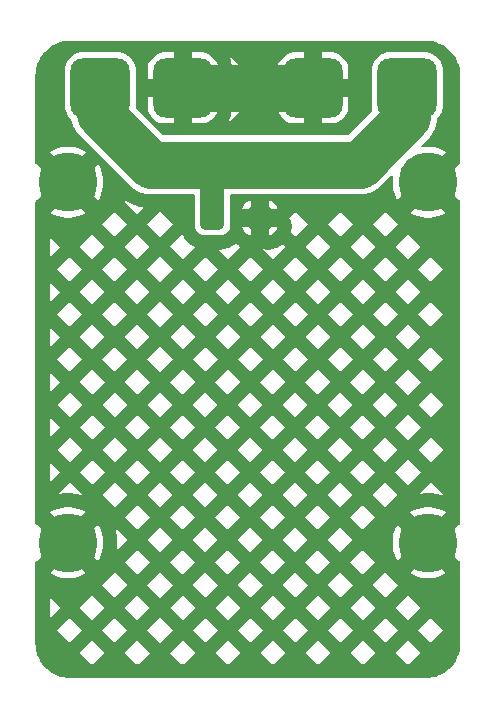
<source format=gbr>
%TF.GenerationSoftware,KiCad,Pcbnew,7.0.6*%
%TF.CreationDate,2023-08-26T05:38:59+03:00*%
%TF.ProjectId,Matek H743-WING PCB,4d617465-6b20-4483-9734-332d57494e47,rev?*%
%TF.SameCoordinates,Original*%
%TF.FileFunction,Copper,L1,Top*%
%TF.FilePolarity,Positive*%
%FSLAX46Y46*%
G04 Gerber Fmt 4.6, Leading zero omitted, Abs format (unit mm)*
G04 Created by KiCad (PCBNEW 7.0.6) date 2023-08-26 05:38:59*
%MOMM*%
%LPD*%
G01*
G04 APERTURE LIST*
G04 Aperture macros list*
%AMRoundRect*
0 Rectangle with rounded corners*
0 $1 Rounding radius*
0 $2 $3 $4 $5 $6 $7 $8 $9 X,Y pos of 4 corners*
0 Add a 4 corners polygon primitive as box body*
4,1,4,$2,$3,$4,$5,$6,$7,$8,$9,$2,$3,0*
0 Add four circle primitives for the rounded corners*
1,1,$1+$1,$2,$3*
1,1,$1+$1,$4,$5*
1,1,$1+$1,$6,$7*
1,1,$1+$1,$8,$9*
0 Add four rect primitives between the rounded corners*
20,1,$1+$1,$2,$3,$4,$5,0*
20,1,$1+$1,$4,$5,$6,$7,0*
20,1,$1+$1,$6,$7,$8,$9,0*
20,1,$1+$1,$8,$9,$2,$3,0*%
G04 Aperture macros list end*
%TA.AperFunction,ComponentPad*%
%ADD10C,0.500000*%
%TD*%
%TA.AperFunction,SMDPad,CuDef*%
%ADD11RoundRect,0.400000X-0.600000X-0.600000X0.600000X-0.600000X0.600000X0.600000X-0.600000X0.600000X0*%
%TD*%
%TA.AperFunction,ComponentPad*%
%ADD12C,0.800000*%
%TD*%
%TA.AperFunction,SMDPad,CuDef*%
%ADD13RoundRect,1.000000X-1.500000X-1.500000X1.500000X-1.500000X1.500000X1.500000X-1.500000X1.500000X0*%
%TD*%
%TA.AperFunction,ComponentPad*%
%ADD14C,5.000000*%
%TD*%
%TA.AperFunction,Conductor*%
%ADD15C,4.000000*%
%TD*%
%TA.AperFunction,Conductor*%
%ADD16C,2.000000*%
%TD*%
G04 APERTURE END LIST*
D10*
%TO.P,J6,1,Pin_1*%
%TO.N,GND*%
X100500000Y-114500000D03*
X100500000Y-115500000D03*
D11*
X101000000Y-115000000D03*
D10*
X101500000Y-114500000D03*
X101500000Y-115500000D03*
%TD*%
%TO.P,J5,1,Pin_1*%
%TO.N,+BATT*%
X96500000Y-114500000D03*
X96500000Y-115500000D03*
D11*
X97000000Y-115000000D03*
D10*
X97500000Y-114500000D03*
X97500000Y-115500000D03*
%TD*%
D12*
%TO.P,J1,1,Pin_1*%
%TO.N,+BATT*%
X112000000Y-102500000D03*
X112000000Y-104000000D03*
X112000000Y-105500000D03*
X113500000Y-102500000D03*
X113500000Y-104000000D03*
D13*
X113500000Y-104000000D03*
D12*
X113500000Y-105500000D03*
X115000000Y-102500000D03*
X115000000Y-104000000D03*
X115000000Y-105500000D03*
%TD*%
%TO.P,J2,1,Pin_1*%
%TO.N,GND*%
X104000000Y-102500000D03*
X104000000Y-104000000D03*
X104000000Y-105500000D03*
X105500000Y-102500000D03*
X105500000Y-104000000D03*
D13*
X105500000Y-104000000D03*
D12*
X105500000Y-105500000D03*
X107000000Y-102500000D03*
X107000000Y-104000000D03*
X107000000Y-105500000D03*
%TD*%
%TO.P,J4,1,Pin_1*%
%TO.N,GND*%
X93000000Y-102500000D03*
X93000000Y-104000000D03*
X93000000Y-105500000D03*
X94500000Y-102500000D03*
X94500000Y-104000000D03*
D13*
X94500000Y-104000000D03*
D12*
X94500000Y-105500000D03*
X96000000Y-102500000D03*
X96000000Y-104000000D03*
X96000000Y-105500000D03*
%TD*%
%TO.P,J3,1,Pin_1*%
%TO.N,+BATT*%
X86000000Y-102500000D03*
X86000000Y-104000000D03*
X86000000Y-105500000D03*
X87500000Y-102500000D03*
X87500000Y-104000000D03*
D13*
X87500000Y-104000000D03*
D12*
X87500000Y-105500000D03*
X89000000Y-102500000D03*
X89000000Y-104000000D03*
X89000000Y-105500000D03*
%TD*%
D14*
%TO.P,H3,1,1*%
%TO.N,GND*%
X84750000Y-142500000D03*
%TD*%
%TO.P,H2,1,1*%
%TO.N,GND*%
X115250000Y-112000000D03*
%TD*%
%TO.P,H4,1,1*%
%TO.N,GND*%
X115250000Y-142500000D03*
%TD*%
%TO.P,H1,1,1*%
%TO.N,GND*%
X84750000Y-112000000D03*
%TD*%
D15*
%TO.N,+BATT*%
X97000000Y-110500000D02*
X109500000Y-110500000D01*
X113500000Y-106500000D02*
X113500000Y-104000000D01*
X109500000Y-110500000D02*
X113500000Y-106500000D01*
X91800000Y-110500000D02*
X97000000Y-110500000D01*
X87500000Y-106200000D02*
X91800000Y-110500000D01*
D16*
X97000000Y-115000000D02*
X97000000Y-110500000D01*
D15*
X87500000Y-104000000D02*
X87500000Y-106200000D01*
%TO.N,GND*%
X94500000Y-104000000D02*
X105500000Y-104000000D01*
%TD*%
%TA.AperFunction,Conductor*%
%TO.N,GND*%
G36*
X115001620Y-100010584D02*
G01*
X115147448Y-100018227D01*
X115309243Y-100026707D01*
X115315701Y-100027385D01*
X115618339Y-100075319D01*
X115624686Y-100076668D01*
X115920666Y-100155976D01*
X115926835Y-100157979D01*
X116212905Y-100267791D01*
X116218832Y-100270430D01*
X116491870Y-100409550D01*
X116497459Y-100412776D01*
X116754468Y-100579680D01*
X116759707Y-100583488D01*
X116997842Y-100776325D01*
X117002668Y-100780671D01*
X117219328Y-100997331D01*
X117223674Y-101002157D01*
X117416511Y-101240292D01*
X117420321Y-101245535D01*
X117587219Y-101502534D01*
X117590457Y-101508142D01*
X117729568Y-101781165D01*
X117732209Y-101787097D01*
X117842017Y-102073157D01*
X117844023Y-102079333D01*
X117923331Y-102375313D01*
X117924681Y-102381665D01*
X117972613Y-102684297D01*
X117973292Y-102690755D01*
X117989415Y-102998377D01*
X117989500Y-103001623D01*
X117989499Y-110355305D01*
X117969814Y-110422344D01*
X117917010Y-110468099D01*
X117849315Y-110478244D01*
X117834380Y-110476277D01*
X116661503Y-111649155D01*
X116660447Y-111642826D01*
X116582422Y-111415546D01*
X116468051Y-111204207D01*
X116320455Y-111014576D01*
X116143660Y-110851825D01*
X115942489Y-110720393D01*
X115722428Y-110623865D01*
X115597188Y-110592150D01*
X116776235Y-109413104D01*
X116752543Y-109397522D01*
X116752533Y-109397516D01*
X116440260Y-109240685D01*
X116440254Y-109240683D01*
X116111869Y-109121161D01*
X116111866Y-109121160D01*
X115771828Y-109040570D01*
X115424723Y-109000000D01*
X115075277Y-109000000D01*
X114819231Y-109029926D01*
X114750360Y-109018157D01*
X114698784Y-108971021D01*
X114680879Y-108903485D01*
X114702330Y-108836989D01*
X114717145Y-108819094D01*
X115240347Y-108295893D01*
X115326390Y-108215094D01*
X115401622Y-108124153D01*
X115479689Y-108035605D01*
X115500206Y-108005413D01*
X115503686Y-108000779D01*
X115526947Y-107972663D01*
X115526955Y-107972652D01*
X115590191Y-107873005D01*
X115623391Y-107824153D01*
X115656541Y-107775375D01*
X115673105Y-107742864D01*
X115675988Y-107737809D01*
X115695537Y-107707007D01*
X115745797Y-107600198D01*
X115799382Y-107495032D01*
X115811738Y-107460707D01*
X115813961Y-107455341D01*
X115829503Y-107422315D01*
X115865983Y-107310041D01*
X115905962Y-107198996D01*
X115913921Y-107163383D01*
X115915453Y-107157786D01*
X115926731Y-107123079D01*
X115948849Y-107007129D01*
X115974598Y-106891938D01*
X115978031Y-106855607D01*
X115978848Y-106849867D01*
X115985688Y-106814015D01*
X115993100Y-106696196D01*
X115995635Y-106669374D01*
X116021541Y-106604485D01*
X116038944Y-106586422D01*
X116064652Y-106564648D01*
X116064653Y-106564646D01*
X116064950Y-106564296D01*
X116118221Y-106501397D01*
X116225360Y-106374902D01*
X116225361Y-106374898D01*
X116225366Y-106374894D01*
X116352656Y-106161273D01*
X116412080Y-106008980D01*
X116443046Y-105929625D01*
X116443046Y-105929621D01*
X116443050Y-105929614D01*
X116494081Y-105686237D01*
X116500500Y-105582842D01*
X116500500Y-102417158D01*
X116494081Y-102313763D01*
X116443050Y-102070386D01*
X116443048Y-102070381D01*
X116443046Y-102070374D01*
X116352657Y-101838730D01*
X116352656Y-101838727D01*
X116225366Y-101625106D01*
X116225363Y-101625103D01*
X116225360Y-101625097D01*
X116064651Y-101435350D01*
X116064649Y-101435348D01*
X115874902Y-101274639D01*
X115874894Y-101274634D01*
X115661273Y-101147344D01*
X115661271Y-101147343D01*
X115661269Y-101147342D01*
X115429625Y-101056953D01*
X115429615Y-101056950D01*
X115186238Y-101005919D01*
X115186235Y-101005918D01*
X115082845Y-100999500D01*
X115082842Y-100999500D01*
X111917158Y-100999500D01*
X111917155Y-100999500D01*
X111813764Y-101005918D01*
X111813761Y-101005919D01*
X111570384Y-101056950D01*
X111570374Y-101056953D01*
X111338730Y-101147342D01*
X111125097Y-101274639D01*
X110935350Y-101435348D01*
X110935348Y-101435350D01*
X110774639Y-101625097D01*
X110647342Y-101838730D01*
X110556953Y-102070374D01*
X110556950Y-102070384D01*
X110505919Y-102313761D01*
X110505918Y-102313764D01*
X110499500Y-102417155D01*
X110499500Y-105582845D01*
X110505918Y-105686235D01*
X110505919Y-105686242D01*
X110539225Y-105845085D01*
X110533717Y-105914737D01*
X110505545Y-105958212D01*
X108500578Y-107963181D01*
X108439255Y-107996666D01*
X108412897Y-107999500D01*
X92887103Y-107999500D01*
X92820064Y-107979815D01*
X92799422Y-107963181D01*
X90535286Y-105699045D01*
X90501801Y-105637722D01*
X90499206Y-105603674D01*
X90499351Y-105601351D01*
X90500500Y-105582842D01*
X90500500Y-104750000D01*
X91500000Y-104750000D01*
X91500000Y-105582807D01*
X91506417Y-105686173D01*
X91506418Y-105686176D01*
X91557432Y-105929472D01*
X91557435Y-105929482D01*
X91647793Y-106161049D01*
X91775046Y-106374608D01*
X91935703Y-106564294D01*
X91935705Y-106564296D01*
X92125391Y-106724953D01*
X92338950Y-106852206D01*
X92570517Y-106942564D01*
X92570527Y-106942567D01*
X92813823Y-106993581D01*
X92813826Y-106993582D01*
X92917193Y-107000000D01*
X93750000Y-107000000D01*
X93750000Y-105545649D01*
X94300000Y-105545649D01*
X94339613Y-105627905D01*
X94410992Y-105684827D01*
X94477468Y-105700000D01*
X94522532Y-105700000D01*
X94589008Y-105684827D01*
X94660387Y-105627905D01*
X94700000Y-105545649D01*
X94700000Y-105454351D01*
X94660387Y-105372095D01*
X94589008Y-105315173D01*
X94522532Y-105300000D01*
X94477468Y-105300000D01*
X94410992Y-105315173D01*
X94339613Y-105372095D01*
X94300000Y-105454351D01*
X94300000Y-105545649D01*
X93750000Y-105545649D01*
X93750000Y-104750000D01*
X95250000Y-104750000D01*
X95250000Y-107000000D01*
X96082807Y-107000000D01*
X96186173Y-106993582D01*
X96186176Y-106993581D01*
X96429472Y-106942567D01*
X96429482Y-106942564D01*
X96661049Y-106852206D01*
X96746145Y-106801500D01*
X98365139Y-106801500D01*
X98543259Y-106801500D01*
X99345830Y-105998928D01*
X98698000Y-105351097D01*
X98698000Y-105601351D01*
X98696850Y-105638478D01*
X98687799Y-105784278D01*
X98683990Y-105822943D01*
X98677584Y-105870338D01*
X98670991Y-105908624D01*
X98609465Y-106202050D01*
X98598577Y-106245051D01*
X98582986Y-106297438D01*
X98568557Y-106339474D01*
X98458317Y-106621995D01*
X98440479Y-106662661D01*
X98416472Y-106711768D01*
X98395340Y-106750815D01*
X98365139Y-106801500D01*
X96746145Y-106801500D01*
X96874608Y-106724953D01*
X97064294Y-106564296D01*
X97064296Y-106564294D01*
X97224953Y-106374608D01*
X97352206Y-106161049D01*
X97442564Y-105929482D01*
X97442567Y-105929472D01*
X97493581Y-105686176D01*
X97493582Y-105686173D01*
X97500000Y-105582807D01*
X97500000Y-104750000D01*
X95250000Y-104750000D01*
X93750000Y-104750000D01*
X91500000Y-104750000D01*
X90500500Y-104750000D01*
X90500500Y-104045649D01*
X92800000Y-104045649D01*
X92839613Y-104127905D01*
X92910992Y-104184827D01*
X92977468Y-104200000D01*
X93022532Y-104200000D01*
X93089008Y-104184827D01*
X93160387Y-104127905D01*
X93200000Y-104045649D01*
X94300000Y-104045649D01*
X94339613Y-104127905D01*
X94410992Y-104184827D01*
X94477468Y-104200000D01*
X94522532Y-104200000D01*
X94589008Y-104184827D01*
X94660387Y-104127905D01*
X94700000Y-104045649D01*
X95800000Y-104045649D01*
X95839613Y-104127905D01*
X95910992Y-104184827D01*
X95977468Y-104200000D01*
X96022532Y-104200000D01*
X96089008Y-104184827D01*
X96160387Y-104127905D01*
X96178767Y-104089740D01*
X99130869Y-104089740D01*
X100192944Y-105151814D01*
X100594758Y-104750000D01*
X102500000Y-104750000D01*
X102500000Y-105582807D01*
X102506417Y-105686173D01*
X102506418Y-105686176D01*
X102557432Y-105929472D01*
X102557435Y-105929482D01*
X102647793Y-106161049D01*
X102775046Y-106374608D01*
X102935703Y-106564294D01*
X102935705Y-106564296D01*
X103125391Y-106724953D01*
X103338950Y-106852206D01*
X103570517Y-106942564D01*
X103570527Y-106942567D01*
X103813823Y-106993581D01*
X103813826Y-106993582D01*
X103917193Y-107000000D01*
X104750000Y-107000000D01*
X104750000Y-105545649D01*
X105300000Y-105545649D01*
X105339613Y-105627905D01*
X105410992Y-105684827D01*
X105477468Y-105700000D01*
X105522532Y-105700000D01*
X105589008Y-105684827D01*
X105660387Y-105627905D01*
X105700000Y-105545649D01*
X105700000Y-105454351D01*
X105660387Y-105372095D01*
X105589008Y-105315173D01*
X105522532Y-105300000D01*
X105477468Y-105300000D01*
X105410992Y-105315173D01*
X105339613Y-105372095D01*
X105300000Y-105454351D01*
X105300000Y-105545649D01*
X104750000Y-105545649D01*
X104750000Y-104750000D01*
X106250000Y-104750000D01*
X106250000Y-107000000D01*
X107082807Y-107000000D01*
X107186173Y-106993582D01*
X107186176Y-106993581D01*
X107429472Y-106942567D01*
X107429482Y-106942564D01*
X107661049Y-106852206D01*
X107874608Y-106724953D01*
X108064294Y-106564296D01*
X108064296Y-106564294D01*
X108224953Y-106374608D01*
X108352206Y-106161049D01*
X108442564Y-105929482D01*
X108442567Y-105929472D01*
X108493581Y-105686176D01*
X108493582Y-105686173D01*
X108500000Y-105582807D01*
X108500000Y-104750000D01*
X106250000Y-104750000D01*
X104750000Y-104750000D01*
X102500000Y-104750000D01*
X100594758Y-104750000D01*
X101255019Y-104089740D01*
X101210928Y-104045649D01*
X103800000Y-104045649D01*
X103839613Y-104127905D01*
X103910992Y-104184827D01*
X103977468Y-104200000D01*
X104022532Y-104200000D01*
X104089008Y-104184827D01*
X104160387Y-104127905D01*
X104200000Y-104045649D01*
X105300000Y-104045649D01*
X105339613Y-104127905D01*
X105410992Y-104184827D01*
X105477468Y-104200000D01*
X105522532Y-104200000D01*
X105589008Y-104184827D01*
X105660387Y-104127905D01*
X105700000Y-104045649D01*
X106800000Y-104045649D01*
X106839613Y-104127905D01*
X106910992Y-104184827D01*
X106977468Y-104200000D01*
X107022532Y-104200000D01*
X107089008Y-104184827D01*
X107160387Y-104127905D01*
X107200000Y-104045649D01*
X107200000Y-103954351D01*
X107160387Y-103872095D01*
X107089008Y-103815173D01*
X107022532Y-103800000D01*
X106977468Y-103800000D01*
X106910992Y-103815173D01*
X106839613Y-103872095D01*
X106800000Y-103954351D01*
X106800000Y-104045649D01*
X105700000Y-104045649D01*
X105700000Y-103954351D01*
X105660387Y-103872095D01*
X105589008Y-103815173D01*
X105522532Y-103800000D01*
X105477468Y-103800000D01*
X105410992Y-103815173D01*
X105339613Y-103872095D01*
X105300000Y-103954351D01*
X105300000Y-104045649D01*
X104200000Y-104045649D01*
X104200000Y-103954351D01*
X104160387Y-103872095D01*
X104089008Y-103815173D01*
X104022532Y-103800000D01*
X103977468Y-103800000D01*
X103910992Y-103815173D01*
X103839613Y-103872095D01*
X103800000Y-103954351D01*
X103800000Y-104045649D01*
X101210928Y-104045649D01*
X100415279Y-103250000D01*
X102500000Y-103250000D01*
X104750000Y-103250000D01*
X104750000Y-102545649D01*
X105300000Y-102545649D01*
X105339613Y-102627905D01*
X105410992Y-102684827D01*
X105477468Y-102700000D01*
X105522532Y-102700000D01*
X105589008Y-102684827D01*
X105660387Y-102627905D01*
X105700000Y-102545649D01*
X105700000Y-102454351D01*
X105660387Y-102372095D01*
X105589008Y-102315173D01*
X105522532Y-102300000D01*
X105477468Y-102300000D01*
X105410992Y-102315173D01*
X105339613Y-102372095D01*
X105300000Y-102454351D01*
X105300000Y-102545649D01*
X104750000Y-102545649D01*
X104750000Y-101000000D01*
X106250000Y-101000000D01*
X106250000Y-103250000D01*
X108500000Y-103250000D01*
X108500000Y-102417193D01*
X108493582Y-102313826D01*
X108493581Y-102313823D01*
X108442567Y-102070527D01*
X108442564Y-102070517D01*
X108352206Y-101838950D01*
X108224953Y-101625391D01*
X108064296Y-101435705D01*
X108064294Y-101435703D01*
X107874608Y-101275046D01*
X107661049Y-101147793D01*
X107429482Y-101057435D01*
X107429472Y-101057432D01*
X107186176Y-101006418D01*
X107186173Y-101006417D01*
X107082807Y-101000000D01*
X106250000Y-101000000D01*
X104750000Y-101000000D01*
X103917193Y-101000000D01*
X103813826Y-101006417D01*
X103813823Y-101006418D01*
X103570527Y-101057432D01*
X103570517Y-101057435D01*
X103338950Y-101147793D01*
X103125391Y-101275046D01*
X102935705Y-101435703D01*
X102935703Y-101435705D01*
X102775046Y-101625391D01*
X102647793Y-101838950D01*
X102557435Y-102070517D01*
X102557432Y-102070527D01*
X102506418Y-102313823D01*
X102506417Y-102313826D01*
X102500000Y-102417193D01*
X102500000Y-103250000D01*
X100415279Y-103250000D01*
X100192944Y-103027665D01*
X99130869Y-104089740D01*
X96178767Y-104089740D01*
X96200000Y-104045649D01*
X96200000Y-103954351D01*
X96160387Y-103872095D01*
X96089008Y-103815173D01*
X96022532Y-103800000D01*
X95977468Y-103800000D01*
X95910992Y-103815173D01*
X95839613Y-103872095D01*
X95800000Y-103954351D01*
X95800000Y-104045649D01*
X94700000Y-104045649D01*
X94700000Y-103954351D01*
X94660387Y-103872095D01*
X94589008Y-103815173D01*
X94522532Y-103800000D01*
X94477468Y-103800000D01*
X94410992Y-103815173D01*
X94339613Y-103872095D01*
X94300000Y-103954351D01*
X94300000Y-104045649D01*
X93200000Y-104045649D01*
X93200000Y-103954351D01*
X93160387Y-103872095D01*
X93089008Y-103815173D01*
X93022532Y-103800000D01*
X92977468Y-103800000D01*
X92910992Y-103815173D01*
X92839613Y-103872095D01*
X92800000Y-103954351D01*
X92800000Y-104045649D01*
X90500500Y-104045649D01*
X90500500Y-103250000D01*
X91500000Y-103250000D01*
X93750000Y-103250000D01*
X93750000Y-102545649D01*
X94300000Y-102545649D01*
X94339613Y-102627905D01*
X94410992Y-102684827D01*
X94477468Y-102700000D01*
X94522532Y-102700000D01*
X94589008Y-102684827D01*
X94660387Y-102627905D01*
X94700000Y-102545649D01*
X94700000Y-102454351D01*
X94660387Y-102372095D01*
X94589008Y-102315173D01*
X94522532Y-102300000D01*
X94477468Y-102300000D01*
X94410992Y-102315173D01*
X94339613Y-102372095D01*
X94300000Y-102454351D01*
X94300000Y-102545649D01*
X93750000Y-102545649D01*
X93750000Y-101000000D01*
X95250000Y-101000000D01*
X95250000Y-103250000D01*
X97500000Y-103250000D01*
X97500000Y-102417193D01*
X97493582Y-102313826D01*
X97493581Y-102313823D01*
X97442567Y-102070527D01*
X97442564Y-102070517D01*
X97352206Y-101838950D01*
X97224953Y-101625391D01*
X97064296Y-101435705D01*
X97064294Y-101435703D01*
X96874608Y-101275046D01*
X96762929Y-101208500D01*
X98371097Y-101208500D01*
X98395340Y-101249185D01*
X98416472Y-101288232D01*
X98440479Y-101337339D01*
X98458317Y-101378005D01*
X98568557Y-101660526D01*
X98582986Y-101702562D01*
X98598577Y-101754949D01*
X98609465Y-101797950D01*
X98670991Y-102091376D01*
X98677584Y-102129662D01*
X98683990Y-102177057D01*
X98687799Y-102215722D01*
X98696850Y-102361522D01*
X98698000Y-102398649D01*
X98698000Y-102828382D01*
X99345830Y-102180551D01*
X98373779Y-101208500D01*
X98371097Y-101208500D01*
X96762929Y-101208500D01*
X96661049Y-101147793D01*
X96429482Y-101057435D01*
X96429472Y-101057432D01*
X96186176Y-101006418D01*
X96186173Y-101006417D01*
X96082807Y-101000000D01*
X95250000Y-101000000D01*
X93750000Y-101000000D01*
X92917193Y-101000000D01*
X92813826Y-101006417D01*
X92813823Y-101006418D01*
X92570527Y-101057432D01*
X92570517Y-101057435D01*
X92338950Y-101147793D01*
X92125391Y-101275046D01*
X91935705Y-101435703D01*
X91935703Y-101435705D01*
X91775046Y-101625391D01*
X91647793Y-101838950D01*
X91557435Y-102070517D01*
X91557432Y-102070527D01*
X91506418Y-102313823D01*
X91506417Y-102313826D01*
X91500000Y-102417193D01*
X91500000Y-103250000D01*
X90500500Y-103250000D01*
X90500500Y-102417158D01*
X90494081Y-102313763D01*
X90443050Y-102070386D01*
X90443048Y-102070381D01*
X90443046Y-102070374D01*
X90352657Y-101838730D01*
X90352656Y-101838727D01*
X90225366Y-101625106D01*
X90225363Y-101625103D01*
X90225360Y-101625097D01*
X90064651Y-101435350D01*
X90064649Y-101435348D01*
X89874902Y-101274639D01*
X89874894Y-101274634D01*
X89661273Y-101147344D01*
X89661271Y-101147343D01*
X89661269Y-101147342D01*
X89429625Y-101056953D01*
X89429615Y-101056950D01*
X89186238Y-101005919D01*
X89186235Y-101005918D01*
X89082845Y-100999500D01*
X89082842Y-100999500D01*
X85917158Y-100999500D01*
X85917155Y-100999500D01*
X85813764Y-101005918D01*
X85813761Y-101005919D01*
X85570384Y-101056950D01*
X85570374Y-101056953D01*
X85338730Y-101147342D01*
X85125097Y-101274639D01*
X84935350Y-101435348D01*
X84935348Y-101435350D01*
X84774639Y-101625097D01*
X84647342Y-101838730D01*
X84556953Y-102070374D01*
X84556950Y-102070384D01*
X84505919Y-102313761D01*
X84505918Y-102313764D01*
X84499500Y-102417155D01*
X84499500Y-105582845D01*
X84505918Y-105686235D01*
X84505919Y-105686238D01*
X84556950Y-105929615D01*
X84556953Y-105929625D01*
X84647342Y-106161269D01*
X84647344Y-106161273D01*
X84774464Y-106374608D01*
X84774639Y-106374902D01*
X84935348Y-106564649D01*
X84935349Y-106564650D01*
X85007121Y-106625438D01*
X85045556Y-106683786D01*
X85047991Y-106692998D01*
X85051150Y-106707129D01*
X85073269Y-106823079D01*
X85081962Y-106849834D01*
X85084540Y-106857769D01*
X85086082Y-106863404D01*
X85094038Y-106898998D01*
X85134020Y-107010051D01*
X85170494Y-107122308D01*
X85170500Y-107122322D01*
X85186025Y-107155315D01*
X85188261Y-107160713D01*
X85200618Y-107195034D01*
X85254210Y-107300215D01*
X85304460Y-107407003D01*
X85324001Y-107437795D01*
X85326897Y-107442871D01*
X85343455Y-107475367D01*
X85343460Y-107475377D01*
X85409808Y-107573005D01*
X85473051Y-107672661D01*
X85473053Y-107672664D01*
X85496300Y-107700765D01*
X85499809Y-107705438D01*
X85520312Y-107735606D01*
X85598377Y-107824153D01*
X85673606Y-107915090D01*
X85673608Y-107915092D01*
X85759652Y-107995894D01*
X90004105Y-112240347D01*
X90048568Y-112287694D01*
X90084906Y-112326390D01*
X90122118Y-112357174D01*
X90175846Y-112401622D01*
X90264393Y-112479688D01*
X90279106Y-112489686D01*
X90294563Y-112500191D01*
X90299230Y-112503694D01*
X90327337Y-112526947D01*
X90327341Y-112526950D01*
X90417954Y-112584454D01*
X90426994Y-112590191D01*
X90524625Y-112656541D01*
X90524633Y-112656545D01*
X90524638Y-112656548D01*
X90557125Y-112673101D01*
X90562202Y-112675997D01*
X90592981Y-112695530D01*
X90592987Y-112695533D01*
X90592993Y-112695537D01*
X90699801Y-112745797D01*
X90804968Y-112799382D01*
X90804971Y-112799383D01*
X90804973Y-112799384D01*
X90804976Y-112799385D01*
X90839278Y-112811734D01*
X90844670Y-112813966D01*
X90877685Y-112829503D01*
X90877687Y-112829503D01*
X90877690Y-112829505D01*
X90989946Y-112865979D01*
X90989958Y-112865983D01*
X91101004Y-112905962D01*
X91118313Y-112909831D01*
X91136591Y-112913917D01*
X91142228Y-112915459D01*
X91173538Y-112925631D01*
X91176921Y-112926731D01*
X91292870Y-112948849D01*
X91408062Y-112974598D01*
X91444382Y-112978030D01*
X91450152Y-112978852D01*
X91485985Y-112985688D01*
X91485988Y-112985688D01*
X91485991Y-112985689D01*
X91603802Y-112993100D01*
X91603803Y-112993100D01*
X91721302Y-113004207D01*
X91839272Y-113000500D01*
X95375500Y-113000500D01*
X95442539Y-113020185D01*
X95488294Y-113072989D01*
X95499500Y-113124500D01*
X95499500Y-115062073D01*
X95499501Y-115663022D01*
X95499501Y-115663021D01*
X95505687Y-115741643D01*
X95517850Y-115787034D01*
X95554680Y-115924488D01*
X95576783Y-115967868D01*
X95640614Y-116093146D01*
X95689859Y-116153958D01*
X95759743Y-116240257D01*
X95866311Y-116326554D01*
X95906853Y-116359385D01*
X95970830Y-116391982D01*
X96075512Y-116445320D01*
X96258355Y-116494312D01*
X96289804Y-116496787D01*
X96336976Y-116500500D01*
X96336978Y-116500499D01*
X96336979Y-116500500D01*
X96865662Y-116500499D01*
X96865676Y-116500500D01*
X96875665Y-116500500D01*
X97134325Y-116500500D01*
X97134337Y-116500499D01*
X97663021Y-116500499D01*
X97689228Y-116498436D01*
X97741645Y-116494312D01*
X97924488Y-116445320D01*
X98053008Y-116379835D01*
X98093146Y-116359385D01*
X98093147Y-116359383D01*
X98093149Y-116359383D01*
X98240257Y-116240257D01*
X98359383Y-116093149D01*
X98445320Y-115924488D01*
X98492073Y-115750000D01*
X99508445Y-115750000D01*
X99555150Y-115924307D01*
X99641037Y-116092873D01*
X99641038Y-116092875D01*
X99760099Y-116239900D01*
X99907124Y-116358961D01*
X99907126Y-116358962D01*
X100075692Y-116444849D01*
X100250000Y-116491554D01*
X100250000Y-115750000D01*
X101750000Y-115750000D01*
X101750000Y-116491553D01*
X101924307Y-116444849D01*
X102092873Y-116358962D01*
X102092875Y-116358961D01*
X102239900Y-116239900D01*
X102358961Y-116092875D01*
X102358962Y-116092873D01*
X102444849Y-115924307D01*
X102491555Y-115750000D01*
X101750000Y-115750000D01*
X100250000Y-115750000D01*
X99508445Y-115750000D01*
X98492073Y-115750000D01*
X98494312Y-115741645D01*
X98500500Y-115663021D01*
X98500500Y-115500000D01*
X100344709Y-115500000D01*
X100365514Y-115577645D01*
X100422355Y-115634486D01*
X100480254Y-115650000D01*
X100519746Y-115650000D01*
X100577645Y-115634486D01*
X100634486Y-115577646D01*
X100655291Y-115500000D01*
X101344709Y-115500000D01*
X101365514Y-115577645D01*
X101422355Y-115634486D01*
X101480254Y-115650000D01*
X101519746Y-115650000D01*
X101577645Y-115634486D01*
X101634486Y-115577646D01*
X101655291Y-115500000D01*
X101634486Y-115422355D01*
X101577645Y-115365514D01*
X101519746Y-115350000D01*
X101480254Y-115350000D01*
X101422355Y-115365514D01*
X101365514Y-115422354D01*
X101344709Y-115500000D01*
X100655291Y-115500000D01*
X100634486Y-115422355D01*
X100577645Y-115365514D01*
X100519746Y-115350000D01*
X100480254Y-115350000D01*
X100422355Y-115365514D01*
X100365514Y-115422354D01*
X100344709Y-115500000D01*
X98500500Y-115500000D01*
X98500500Y-115038480D01*
X103455633Y-115038480D01*
X103614064Y-115244953D01*
X103637305Y-115296248D01*
X103723733Y-115730750D01*
X103721891Y-115787034D01*
X103609788Y-116205413D01*
X104011320Y-116606944D01*
X105073395Y-115544870D01*
X106767622Y-115544870D01*
X107829697Y-116606945D01*
X108891772Y-115544870D01*
X108891771Y-115544869D01*
X110585999Y-115544869D01*
X111648074Y-116606945D01*
X112710149Y-115544870D01*
X111648074Y-114482794D01*
X110585999Y-115544869D01*
X108891771Y-115544869D01*
X107829697Y-114482795D01*
X106767622Y-115544870D01*
X105073395Y-115544870D01*
X104011319Y-114482794D01*
X103455633Y-115038480D01*
X98500500Y-115038480D01*
X98500500Y-115022037D01*
X98500500Y-114500000D01*
X100344709Y-114500000D01*
X100365514Y-114577645D01*
X100422355Y-114634486D01*
X100480254Y-114650000D01*
X100519746Y-114650000D01*
X100577645Y-114634486D01*
X100634486Y-114577646D01*
X100655291Y-114500000D01*
X101344709Y-114500000D01*
X101365514Y-114577645D01*
X101422355Y-114634486D01*
X101480254Y-114650000D01*
X101519746Y-114650000D01*
X101577645Y-114634486D01*
X101634486Y-114577646D01*
X101655291Y-114500000D01*
X101634486Y-114422355D01*
X101577645Y-114365514D01*
X101519746Y-114350000D01*
X101480254Y-114350000D01*
X101422355Y-114365514D01*
X101365514Y-114422354D01*
X101344709Y-114500000D01*
X100655291Y-114500000D01*
X100634486Y-114422355D01*
X100577645Y-114365514D01*
X100519746Y-114350000D01*
X100480254Y-114350000D01*
X100422355Y-114365514D01*
X100365514Y-114422354D01*
X100344709Y-114500000D01*
X98500500Y-114500000D01*
X98500500Y-114250000D01*
X99508445Y-114250000D01*
X100250000Y-114250000D01*
X100250000Y-113508444D01*
X101750000Y-113508444D01*
X101750000Y-114250000D01*
X102491554Y-114250000D01*
X102444849Y-114075692D01*
X102358962Y-113907126D01*
X102358961Y-113907124D01*
X102239900Y-113760099D01*
X102092876Y-113641039D01*
X101924307Y-113555149D01*
X101750000Y-113508444D01*
X100250000Y-113508444D01*
X100249999Y-113508444D01*
X100075692Y-113555149D01*
X99907123Y-113641039D01*
X99760099Y-113760099D01*
X99641038Y-113907124D01*
X99641037Y-113907126D01*
X99555150Y-114075692D01*
X99508445Y-114250000D01*
X98500500Y-114250000D01*
X98500500Y-113124500D01*
X98520185Y-113057461D01*
X98572989Y-113011706D01*
X98624500Y-113000500D01*
X109460728Y-113000500D01*
X109578698Y-113004207D01*
X109696196Y-112993100D01*
X109814015Y-112985688D01*
X109849867Y-112978848D01*
X109855607Y-112978031D01*
X109891938Y-112974598D01*
X110007129Y-112948849D01*
X110123079Y-112926731D01*
X110157786Y-112915453D01*
X110163383Y-112913921D01*
X110198996Y-112905962D01*
X110310051Y-112865979D01*
X110422315Y-112829503D01*
X110455330Y-112813966D01*
X110460701Y-112811741D01*
X110495032Y-112799383D01*
X110600215Y-112745789D01*
X110707007Y-112695537D01*
X110737813Y-112675985D01*
X110742869Y-112673102D01*
X110775375Y-112656541D01*
X110873005Y-112590191D01*
X110882045Y-112584454D01*
X110972652Y-112526955D01*
X110972663Y-112526947D01*
X111000779Y-112503686D01*
X111005413Y-112500206D01*
X111035605Y-112479689D01*
X111124153Y-112401622D01*
X111215094Y-112326390D01*
X111295893Y-112240347D01*
X112068524Y-111467715D01*
X112129843Y-111434233D01*
X112199534Y-111439217D01*
X112255468Y-111481088D01*
X112279885Y-111546553D01*
X112278317Y-111576930D01*
X112265236Y-111651116D01*
X112265235Y-111651130D01*
X112244916Y-111999996D01*
X112244916Y-112000003D01*
X112265235Y-112348869D01*
X112265236Y-112348880D01*
X112325914Y-112693002D01*
X112325916Y-112693011D01*
X112426145Y-113027800D01*
X112564555Y-113348670D01*
X112564561Y-113348683D01*
X112665619Y-113523719D01*
X112665620Y-113523720D01*
X113838496Y-112350843D01*
X113839553Y-112357174D01*
X113917578Y-112584454D01*
X114031949Y-112795793D01*
X114179545Y-112985424D01*
X114356340Y-113148175D01*
X114557511Y-113279607D01*
X114777572Y-113376135D01*
X114902810Y-113407849D01*
X113723764Y-114586894D01*
X113723764Y-114586895D01*
X113747460Y-114602480D01*
X113747465Y-114602483D01*
X114059739Y-114759313D01*
X114059745Y-114759316D01*
X114388130Y-114878838D01*
X114388133Y-114878839D01*
X114728171Y-114959429D01*
X115075276Y-114999999D01*
X115075277Y-115000000D01*
X115424723Y-115000000D01*
X115424723Y-114999999D01*
X115771827Y-114959429D01*
X115771829Y-114959429D01*
X116111866Y-114878839D01*
X116111869Y-114878838D01*
X116440254Y-114759316D01*
X116440260Y-114759313D01*
X116752536Y-114602482D01*
X116776235Y-114586894D01*
X115597189Y-113407849D01*
X115722428Y-113376135D01*
X115942489Y-113279607D01*
X116143660Y-113148175D01*
X116320455Y-112985424D01*
X116468051Y-112795793D01*
X116582422Y-112584454D01*
X116660447Y-112357174D01*
X116661503Y-112350844D01*
X117834379Y-113523720D01*
X117849315Y-113521754D01*
X117918350Y-113532520D01*
X117970606Y-113578900D01*
X117989500Y-113644693D01*
X117989500Y-140855305D01*
X117969815Y-140922344D01*
X117917011Y-140968099D01*
X117849316Y-140978244D01*
X117834380Y-140976277D01*
X116661503Y-142149155D01*
X116660447Y-142142826D01*
X116582422Y-141915546D01*
X116468051Y-141704207D01*
X116320455Y-141514576D01*
X116143660Y-141351825D01*
X115942489Y-141220393D01*
X115722428Y-141123865D01*
X115597189Y-141092150D01*
X116776235Y-139913104D01*
X116752543Y-139897522D01*
X116752533Y-139897516D01*
X116440260Y-139740685D01*
X116440254Y-139740683D01*
X116111869Y-139621161D01*
X116111866Y-139621160D01*
X115771828Y-139540570D01*
X115424723Y-139500000D01*
X115075277Y-139500000D01*
X114728172Y-139540570D01*
X114728170Y-139540570D01*
X114388133Y-139621160D01*
X114388130Y-139621161D01*
X114059745Y-139740683D01*
X114059739Y-139740685D01*
X113747457Y-139897521D01*
X113747455Y-139897522D01*
X113723764Y-139913103D01*
X113723764Y-139913104D01*
X114902810Y-141092150D01*
X114777572Y-141123865D01*
X114557511Y-141220393D01*
X114356340Y-141351825D01*
X114179545Y-141514576D01*
X114031949Y-141704207D01*
X113917578Y-141915546D01*
X113839553Y-142142826D01*
X113838496Y-142149155D01*
X112665619Y-140976279D01*
X112564561Y-141151316D01*
X112564555Y-141151329D01*
X112426145Y-141472199D01*
X112325916Y-141806988D01*
X112325914Y-141806997D01*
X112265236Y-142151119D01*
X112265235Y-142151130D01*
X112244916Y-142499996D01*
X112244916Y-142500003D01*
X112265235Y-142848869D01*
X112265236Y-142848880D01*
X112325914Y-143193002D01*
X112325916Y-143193011D01*
X112426145Y-143527800D01*
X112564555Y-143848670D01*
X112564561Y-143848683D01*
X112665619Y-144023719D01*
X112665620Y-144023720D01*
X113838496Y-142850843D01*
X113839553Y-142857174D01*
X113917578Y-143084454D01*
X114031949Y-143295793D01*
X114179545Y-143485424D01*
X114356340Y-143648175D01*
X114557511Y-143779607D01*
X114777572Y-143876135D01*
X114902810Y-143907849D01*
X113723764Y-145086894D01*
X113723764Y-145086895D01*
X113747460Y-145102480D01*
X113747465Y-145102483D01*
X114059739Y-145259313D01*
X114059745Y-145259316D01*
X114388130Y-145378838D01*
X114388133Y-145378839D01*
X114728171Y-145459429D01*
X115075276Y-145499999D01*
X115075277Y-145500000D01*
X115424723Y-145500000D01*
X115424723Y-145499999D01*
X115771827Y-145459429D01*
X115771829Y-145459429D01*
X116111866Y-145378839D01*
X116111869Y-145378838D01*
X116440254Y-145259316D01*
X116440260Y-145259313D01*
X116752536Y-145102482D01*
X116776235Y-145086894D01*
X115597189Y-143907849D01*
X115722428Y-143876135D01*
X115942489Y-143779607D01*
X116143660Y-143648175D01*
X116320455Y-143485424D01*
X116468051Y-143295793D01*
X116582422Y-143084454D01*
X116660447Y-142857174D01*
X116661503Y-142850844D01*
X117834379Y-144023720D01*
X117849313Y-144021754D01*
X117918349Y-144032519D01*
X117970605Y-144078899D01*
X117989499Y-144144693D01*
X117989500Y-150996587D01*
X117989500Y-150998376D01*
X117989415Y-151001622D01*
X117973292Y-151309244D01*
X117972613Y-151315702D01*
X117924681Y-151618334D01*
X117923331Y-151624686D01*
X117844023Y-151920666D01*
X117842017Y-151926842D01*
X117732209Y-152212902D01*
X117729568Y-152218834D01*
X117590457Y-152491857D01*
X117587214Y-152497473D01*
X117493432Y-152641886D01*
X117420329Y-152754454D01*
X117416511Y-152759707D01*
X117223674Y-152997842D01*
X117219328Y-153002668D01*
X117002668Y-153219328D01*
X116997842Y-153223674D01*
X116759707Y-153416511D01*
X116754455Y-153420327D01*
X116497473Y-153587214D01*
X116491857Y-153590457D01*
X116218834Y-153729568D01*
X116212902Y-153732209D01*
X115926842Y-153842017D01*
X115920666Y-153844023D01*
X115624686Y-153923331D01*
X115618334Y-153924681D01*
X115315702Y-153972613D01*
X115309244Y-153973292D01*
X115018515Y-153988529D01*
X115001620Y-153989415D01*
X114998377Y-153989500D01*
X85001623Y-153989500D01*
X84998379Y-153989415D01*
X84980615Y-153988484D01*
X84690755Y-153973292D01*
X84684297Y-153972613D01*
X84381665Y-153924681D01*
X84375313Y-153923331D01*
X84079333Y-153844023D01*
X84073157Y-153842017D01*
X83787097Y-153732209D01*
X83781165Y-153729568D01*
X83650611Y-153663048D01*
X83508135Y-153590453D01*
X83502534Y-153587219D01*
X83245535Y-153420321D01*
X83240292Y-153416511D01*
X83002157Y-153223674D01*
X82997331Y-153219328D01*
X82780671Y-153002668D01*
X82776325Y-152997842D01*
X82583488Y-152759707D01*
X82579680Y-152754468D01*
X82412776Y-152497459D01*
X82409550Y-152491870D01*
X82270430Y-152218832D01*
X82267790Y-152212902D01*
X82157982Y-151926842D01*
X82155976Y-151920666D01*
X82128855Y-151819448D01*
X85766551Y-151819448D01*
X86738603Y-152791500D01*
X86918649Y-152791500D01*
X87890700Y-151819448D01*
X89584927Y-151819448D01*
X90556979Y-152791500D01*
X90737025Y-152791500D01*
X91709077Y-151819448D01*
X93403304Y-151819448D01*
X94375356Y-152791500D01*
X94555402Y-152791500D01*
X95527454Y-151819448D01*
X97221681Y-151819448D01*
X98193733Y-152791500D01*
X98373779Y-152791500D01*
X99345830Y-151819448D01*
X101040057Y-151819448D01*
X102012109Y-152791500D01*
X102192155Y-152791500D01*
X103164207Y-151819448D01*
X104858434Y-151819448D01*
X105830486Y-152791500D01*
X106010532Y-152791500D01*
X106982584Y-151819448D01*
X106982583Y-151819447D01*
X108676809Y-151819447D01*
X109648862Y-152791500D01*
X109828908Y-152791500D01*
X110800960Y-151819447D01*
X112495187Y-151819447D01*
X113467239Y-152791500D01*
X113647285Y-152791500D01*
X114619337Y-151819447D01*
X113557262Y-150757373D01*
X112495187Y-151819447D01*
X110800960Y-151819447D01*
X109738885Y-150757373D01*
X108676809Y-151819447D01*
X106982583Y-151819447D01*
X105920509Y-150757373D01*
X104858434Y-151819448D01*
X103164207Y-151819448D01*
X102102132Y-150757373D01*
X101040057Y-151819448D01*
X99345830Y-151819448D01*
X98283755Y-150757373D01*
X97221681Y-151819448D01*
X95527454Y-151819448D01*
X94465379Y-150757373D01*
X93403304Y-151819448D01*
X91709077Y-151819448D01*
X90647002Y-150757373D01*
X89584927Y-151819448D01*
X87890700Y-151819448D01*
X87890701Y-151819447D01*
X86828625Y-150757373D01*
X85766551Y-151819448D01*
X82128855Y-151819448D01*
X82076668Y-151624686D01*
X82075318Y-151618334D01*
X82052076Y-151471592D01*
X82027385Y-151315701D01*
X82026707Y-151309243D01*
X82010585Y-151001622D01*
X82010500Y-150998376D01*
X82010500Y-149910259D01*
X83857362Y-149910259D01*
X84919436Y-150972334D01*
X85981511Y-149910259D01*
X87675739Y-149910259D01*
X88737814Y-150972334D01*
X89799888Y-149910259D01*
X91494116Y-149910259D01*
X92556190Y-150972333D01*
X93618265Y-149910259D01*
X95312492Y-149910259D01*
X96374567Y-150972334D01*
X97436641Y-149910259D01*
X99130869Y-149910259D01*
X100192943Y-150972334D01*
X101255018Y-149910259D01*
X102949245Y-149910259D01*
X104011320Y-150972333D01*
X105073394Y-149910259D01*
X106767622Y-149910259D01*
X107829697Y-150972334D01*
X108891771Y-149910259D01*
X110585999Y-149910259D01*
X111648074Y-150972334D01*
X112710148Y-149910259D01*
X114404375Y-149910259D01*
X115466450Y-150972334D01*
X116528524Y-149910259D01*
X115466449Y-148848184D01*
X114404375Y-149910259D01*
X112710148Y-149910259D01*
X111648074Y-148848184D01*
X110585999Y-149910259D01*
X108891771Y-149910259D01*
X107829697Y-148848184D01*
X106767622Y-149910259D01*
X105073394Y-149910259D01*
X104011320Y-148848184D01*
X102949245Y-149910259D01*
X101255018Y-149910259D01*
X100192944Y-148848184D01*
X99130869Y-149910259D01*
X97436641Y-149910259D01*
X96374567Y-148848184D01*
X95312492Y-149910259D01*
X93618265Y-149910259D01*
X92556190Y-148848184D01*
X91494116Y-149910259D01*
X89799888Y-149910259D01*
X88737814Y-148848184D01*
X87675739Y-149910259D01*
X85981511Y-149910259D01*
X84919437Y-148848184D01*
X83857362Y-149910259D01*
X82010500Y-149910259D01*
X82010500Y-147137247D01*
X83208500Y-147137247D01*
X83208500Y-148864895D01*
X84072323Y-148001071D01*
X85766551Y-148001071D01*
X86828626Y-149063146D01*
X87890701Y-148001071D01*
X89584927Y-148001071D01*
X90647002Y-149063146D01*
X91709077Y-148001071D01*
X93403304Y-148001071D01*
X94465378Y-149063146D01*
X95527453Y-148001071D01*
X97221681Y-148001071D01*
X98283755Y-149063145D01*
X99345829Y-148001071D01*
X101040057Y-148001071D01*
X102102132Y-149063146D01*
X103164207Y-148001071D01*
X104858434Y-148001071D01*
X105920509Y-149063146D01*
X106982583Y-148001071D01*
X108676810Y-148001071D01*
X109738885Y-149063146D01*
X110800960Y-148001071D01*
X112495187Y-148001071D01*
X113557262Y-149063146D01*
X114619337Y-148001071D01*
X113557262Y-146938996D01*
X112495187Y-148001071D01*
X110800960Y-148001071D01*
X109738885Y-146938996D01*
X108676810Y-148001071D01*
X106982583Y-148001071D01*
X105920509Y-146938996D01*
X104858434Y-148001071D01*
X103164207Y-148001071D01*
X102102132Y-146938996D01*
X101040057Y-148001071D01*
X99345829Y-148001071D01*
X99345830Y-148001070D01*
X98283755Y-146938996D01*
X97221681Y-148001071D01*
X95527453Y-148001071D01*
X94465378Y-146938996D01*
X93403304Y-148001071D01*
X91709077Y-148001071D01*
X90647002Y-146938996D01*
X89584927Y-148001071D01*
X87890701Y-148001071D01*
X86828626Y-146938996D01*
X85766551Y-148001071D01*
X84072323Y-148001071D01*
X84072324Y-148001070D01*
X83208500Y-147137247D01*
X82010500Y-147137247D01*
X82010500Y-146091883D01*
X87675739Y-146091883D01*
X88737814Y-147153958D01*
X89799889Y-146091883D01*
X91494115Y-146091883D01*
X92556190Y-147153957D01*
X93618265Y-146091883D01*
X95312492Y-146091883D01*
X96374567Y-147153958D01*
X97436641Y-146091883D01*
X99130869Y-146091883D01*
X100192943Y-147153958D01*
X101255019Y-146091883D01*
X102949245Y-146091883D01*
X104011320Y-147153957D01*
X105073395Y-146091883D01*
X106767622Y-146091883D01*
X107829697Y-147153958D01*
X108891772Y-146091883D01*
X110585999Y-146091883D01*
X111648074Y-147153958D01*
X112710148Y-146091883D01*
X111648074Y-145029808D01*
X110585999Y-146091883D01*
X108891772Y-146091883D01*
X107829697Y-145029808D01*
X106767622Y-146091883D01*
X105073395Y-146091883D01*
X104011320Y-145029808D01*
X102949245Y-146091883D01*
X101255019Y-146091883D01*
X100192944Y-145029808D01*
X99130869Y-146091883D01*
X97436641Y-146091883D01*
X96374567Y-145029808D01*
X95312492Y-146091883D01*
X93618265Y-146091883D01*
X92556190Y-145029808D01*
X91494115Y-146091883D01*
X89799889Y-146091883D01*
X88737814Y-145029808D01*
X87675739Y-146091883D01*
X82010500Y-146091883D01*
X82010500Y-144144692D01*
X82030185Y-144077653D01*
X82082989Y-144031898D01*
X82150687Y-144021753D01*
X82165620Y-144023719D01*
X83338496Y-142850843D01*
X83339553Y-142857174D01*
X83417578Y-143084454D01*
X83531949Y-143295793D01*
X83679545Y-143485424D01*
X83856340Y-143648175D01*
X84057511Y-143779607D01*
X84277572Y-143876135D01*
X84402810Y-143907849D01*
X83223764Y-145086894D01*
X83223764Y-145086895D01*
X83247460Y-145102480D01*
X83247465Y-145102483D01*
X83559739Y-145259313D01*
X83559745Y-145259316D01*
X83888130Y-145378838D01*
X83888133Y-145378839D01*
X84228171Y-145459429D01*
X84575276Y-145499999D01*
X84575277Y-145500000D01*
X84924723Y-145500000D01*
X84924723Y-145499999D01*
X85271827Y-145459429D01*
X85271829Y-145459429D01*
X85611866Y-145378839D01*
X85611869Y-145378838D01*
X85940254Y-145259316D01*
X85940260Y-145259313D01*
X86252536Y-145102482D01*
X86276235Y-145086894D01*
X85372034Y-144182694D01*
X89584927Y-144182694D01*
X90647002Y-145244769D01*
X91709076Y-144182694D01*
X93403304Y-144182694D01*
X94465379Y-145244769D01*
X95527453Y-144182694D01*
X97221681Y-144182694D01*
X98283755Y-145244768D01*
X99345830Y-144182694D01*
X101040057Y-144182694D01*
X102102132Y-145244769D01*
X103164206Y-144182694D01*
X104858434Y-144182694D01*
X105920509Y-145244769D01*
X106982583Y-144182694D01*
X108676810Y-144182694D01*
X109738885Y-145244769D01*
X110800959Y-144182694D01*
X109738885Y-143120619D01*
X108676810Y-144182694D01*
X106982583Y-144182694D01*
X105920509Y-143120619D01*
X104858434Y-144182694D01*
X103164206Y-144182694D01*
X102102132Y-143120619D01*
X101040057Y-144182694D01*
X99345830Y-144182694D01*
X98283755Y-143120619D01*
X97221681Y-144182694D01*
X95527453Y-144182694D01*
X94465378Y-143120619D01*
X93403304Y-144182694D01*
X91709076Y-144182694D01*
X90647002Y-143120619D01*
X89584927Y-144182694D01*
X85372034Y-144182694D01*
X85097189Y-143907849D01*
X85222428Y-143876135D01*
X85442489Y-143779607D01*
X85643660Y-143648175D01*
X85820455Y-143485424D01*
X85968051Y-143295793D01*
X86082422Y-143084454D01*
X86160447Y-142857174D01*
X86161503Y-142850844D01*
X87334379Y-144023720D01*
X87334380Y-144023720D01*
X87435440Y-143848680D01*
X87573854Y-143527800D01*
X87674083Y-143193011D01*
X87674085Y-143193002D01*
X87734763Y-142848880D01*
X87734764Y-142848869D01*
X87755084Y-142500003D01*
X87755084Y-142499996D01*
X87734764Y-142151130D01*
X87734763Y-142151119D01*
X87674085Y-141806997D01*
X87674083Y-141806988D01*
X87573854Y-141472199D01*
X87466607Y-141223573D01*
X88749956Y-141223573D01*
X88827258Y-141481778D01*
X88835328Y-141511887D01*
X88844202Y-141549309D01*
X88850536Y-141579977D01*
X88917909Y-141962064D01*
X88922443Y-141993029D01*
X88926904Y-142031229D01*
X88929621Y-142062300D01*
X88952175Y-142449539D01*
X88953084Y-142480770D01*
X88953084Y-142519230D01*
X88952175Y-142550461D01*
X88929621Y-142937700D01*
X88926904Y-142968771D01*
X88922443Y-143006971D01*
X88917909Y-143037936D01*
X88892744Y-143180650D01*
X89799889Y-142273506D01*
X91494116Y-142273506D01*
X92556190Y-143335580D01*
X93618265Y-142273506D01*
X95312492Y-142273506D01*
X96374567Y-143335581D01*
X97436642Y-142273506D01*
X99130869Y-142273506D01*
X100192943Y-143335581D01*
X101255018Y-142273506D01*
X102949245Y-142273506D01*
X104011320Y-143335580D01*
X105073395Y-142273506D01*
X106767622Y-142273506D01*
X107829697Y-143335581D01*
X108891772Y-142273506D01*
X107829697Y-141211431D01*
X106767622Y-142273506D01*
X105073395Y-142273506D01*
X104011320Y-141211431D01*
X102949245Y-142273506D01*
X101255018Y-142273506D01*
X100192943Y-141211431D01*
X99130869Y-142273506D01*
X97436642Y-142273506D01*
X96374567Y-141211431D01*
X95312492Y-142273506D01*
X93618265Y-142273506D01*
X92556190Y-141211431D01*
X91494116Y-142273506D01*
X89799889Y-142273506D01*
X88749956Y-141223573D01*
X87466607Y-141223573D01*
X87435440Y-141151319D01*
X87334379Y-140976278D01*
X86161503Y-142149154D01*
X86160447Y-142142826D01*
X86082422Y-141915546D01*
X85968051Y-141704207D01*
X85820455Y-141514576D01*
X85643660Y-141351825D01*
X85442489Y-141220393D01*
X85222428Y-141123865D01*
X85097188Y-141092150D01*
X85825021Y-140364318D01*
X89584927Y-140364318D01*
X90647002Y-141426393D01*
X91709077Y-140364318D01*
X93403304Y-140364318D01*
X94465379Y-141426393D01*
X95527454Y-140364318D01*
X97221681Y-140364318D01*
X98283755Y-141426392D01*
X99345830Y-140364318D01*
X101040057Y-140364318D01*
X102102132Y-141426392D01*
X103164206Y-140364318D01*
X104858434Y-140364318D01*
X105920509Y-141426393D01*
X106982584Y-140364318D01*
X108676810Y-140364318D01*
X109738885Y-141426393D01*
X110800960Y-140364318D01*
X109738885Y-139302243D01*
X108676810Y-140364318D01*
X106982584Y-140364318D01*
X105920509Y-139302243D01*
X104858434Y-140364318D01*
X103164206Y-140364318D01*
X102102132Y-139302243D01*
X101040057Y-140364318D01*
X99345830Y-140364318D01*
X98283755Y-139302243D01*
X97221681Y-140364318D01*
X95527454Y-140364318D01*
X94465379Y-139302243D01*
X93403304Y-140364318D01*
X91709077Y-140364318D01*
X90647002Y-139302243D01*
X89584927Y-140364318D01*
X85825021Y-140364318D01*
X86276235Y-139913104D01*
X86252543Y-139897522D01*
X86252533Y-139897516D01*
X85940260Y-139740685D01*
X85940254Y-139740683D01*
X85611869Y-139621161D01*
X85611866Y-139621160D01*
X85271828Y-139540570D01*
X84924723Y-139500000D01*
X84575277Y-139500000D01*
X84228172Y-139540570D01*
X84228170Y-139540570D01*
X83888133Y-139621160D01*
X83888130Y-139621161D01*
X83559745Y-139740683D01*
X83559739Y-139740685D01*
X83247457Y-139897521D01*
X83247455Y-139897522D01*
X83223764Y-139913103D01*
X83223764Y-139913104D01*
X84402809Y-141092150D01*
X84277572Y-141123865D01*
X84057511Y-141220393D01*
X83856340Y-141351825D01*
X83679545Y-141514576D01*
X83531949Y-141704207D01*
X83417578Y-141915546D01*
X83339553Y-142142826D01*
X83338496Y-142149155D01*
X82165619Y-140976278D01*
X82150686Y-140978245D01*
X82081650Y-140967480D01*
X82029394Y-140921100D01*
X82010500Y-140855306D01*
X82010500Y-138379291D01*
X83933200Y-138379291D01*
X83970613Y-138370425D01*
X84001223Y-138364105D01*
X84039098Y-138357428D01*
X84070000Y-138352902D01*
X84455276Y-138307870D01*
X84486368Y-138305149D01*
X84524763Y-138302910D01*
X84556025Y-138302000D01*
X84943975Y-138302000D01*
X84975237Y-138302910D01*
X85013632Y-138305149D01*
X85044724Y-138307870D01*
X85430000Y-138352902D01*
X85460902Y-138357428D01*
X85498777Y-138364105D01*
X85529387Y-138370425D01*
X85906870Y-138459891D01*
X85937075Y-138467985D01*
X85961378Y-138475262D01*
X85981511Y-138455129D01*
X87675739Y-138455129D01*
X88737814Y-139517204D01*
X89799888Y-138455129D01*
X91494116Y-138455129D01*
X92556190Y-139517204D01*
X93618265Y-138455129D01*
X95312492Y-138455129D01*
X96374567Y-139517204D01*
X97436641Y-138455129D01*
X99130869Y-138455129D01*
X100192944Y-139517204D01*
X101255018Y-138455129D01*
X102949245Y-138455129D01*
X104011320Y-139517204D01*
X105073394Y-138455129D01*
X106767622Y-138455129D01*
X107829697Y-139517204D01*
X108891771Y-138455129D01*
X110585999Y-138455129D01*
X111648074Y-139517204D01*
X112710148Y-138455129D01*
X112620639Y-138365620D01*
X114493884Y-138365620D01*
X114501223Y-138364105D01*
X114539098Y-138357428D01*
X114570000Y-138352902D01*
X114955276Y-138307870D01*
X114986368Y-138305149D01*
X115024763Y-138302910D01*
X115056025Y-138302000D01*
X115443975Y-138302000D01*
X115475237Y-138302910D01*
X115513632Y-138305149D01*
X115544724Y-138307870D01*
X115930000Y-138352902D01*
X115960902Y-138357428D01*
X115998777Y-138364105D01*
X116029387Y-138370425D01*
X116406870Y-138459891D01*
X116437075Y-138467985D01*
X116473918Y-138479017D01*
X116496990Y-138486663D01*
X116528524Y-138455129D01*
X115466450Y-137393055D01*
X114493884Y-138365620D01*
X112620639Y-138365620D01*
X111648074Y-137393055D01*
X110585999Y-138455129D01*
X108891771Y-138455129D01*
X107829697Y-137393055D01*
X106767622Y-138455129D01*
X105073394Y-138455129D01*
X104011320Y-137393055D01*
X102949245Y-138455129D01*
X101255018Y-138455129D01*
X100192943Y-137393055D01*
X99130869Y-138455129D01*
X97436641Y-138455129D01*
X96374567Y-137393055D01*
X95312492Y-138455129D01*
X93618265Y-138455129D01*
X92556190Y-137393055D01*
X91494116Y-138455129D01*
X89799888Y-138455129D01*
X88737813Y-137393055D01*
X87675739Y-138455129D01*
X85981511Y-138455129D01*
X84919437Y-137393055D01*
X83933200Y-138379291D01*
X82010500Y-138379291D01*
X82010500Y-135682117D01*
X83208500Y-135682117D01*
X83208500Y-137409765D01*
X84072324Y-136545941D01*
X85766551Y-136545941D01*
X86828626Y-137608016D01*
X87890701Y-136545941D01*
X89584927Y-136545941D01*
X90647002Y-137608016D01*
X91709077Y-136545941D01*
X93403304Y-136545941D01*
X94465379Y-137608016D01*
X95527454Y-136545941D01*
X97221681Y-136545941D01*
X98283755Y-137608015D01*
X99345829Y-136545941D01*
X101040057Y-136545941D01*
X102102132Y-137608016D01*
X103164206Y-136545941D01*
X104858434Y-136545941D01*
X105920509Y-137608016D01*
X106982583Y-136545941D01*
X108676810Y-136545941D01*
X109738885Y-137608016D01*
X110800960Y-136545941D01*
X112495187Y-136545941D01*
X113557262Y-137608016D01*
X114619337Y-136545941D01*
X113557262Y-135483866D01*
X112495187Y-136545941D01*
X110800960Y-136545941D01*
X109738885Y-135483866D01*
X108676810Y-136545941D01*
X106982583Y-136545941D01*
X105920509Y-135483866D01*
X104858434Y-136545941D01*
X103164206Y-136545941D01*
X102102132Y-135483866D01*
X101040057Y-136545941D01*
X99345829Y-136545941D01*
X99345830Y-136545940D01*
X98283755Y-135483866D01*
X97221681Y-136545941D01*
X95527454Y-136545941D01*
X94465378Y-135483866D01*
X93403304Y-136545941D01*
X91709077Y-136545941D01*
X90647002Y-135483866D01*
X89584927Y-136545941D01*
X87890701Y-136545941D01*
X86828626Y-135483866D01*
X85766551Y-136545941D01*
X84072324Y-136545941D01*
X83208500Y-135682117D01*
X82010500Y-135682117D01*
X82010500Y-134636753D01*
X83857362Y-134636753D01*
X84919437Y-135698828D01*
X85981512Y-134636753D01*
X87675739Y-134636753D01*
X88737814Y-135698828D01*
X89799889Y-134636753D01*
X91494115Y-134636753D01*
X92556190Y-135698827D01*
X93618265Y-134636753D01*
X95312492Y-134636753D01*
X96374567Y-135698828D01*
X97436642Y-134636753D01*
X99130869Y-134636753D01*
X100192943Y-135698828D01*
X101255018Y-134636753D01*
X102949245Y-134636753D01*
X104011320Y-135698827D01*
X105073395Y-134636753D01*
X106767622Y-134636753D01*
X107829697Y-135698827D01*
X108891772Y-134636753D01*
X110585999Y-134636753D01*
X111648074Y-135698828D01*
X112710148Y-134636753D01*
X114404375Y-134636753D01*
X115466450Y-135698828D01*
X116528525Y-134636753D01*
X115466450Y-133574678D01*
X114404375Y-134636753D01*
X112710148Y-134636753D01*
X111648074Y-133574678D01*
X110585999Y-134636753D01*
X108891772Y-134636753D01*
X107829697Y-133574678D01*
X106767622Y-134636753D01*
X105073395Y-134636753D01*
X104011320Y-133574678D01*
X102949245Y-134636753D01*
X101255018Y-134636753D01*
X100192943Y-133574678D01*
X99130869Y-134636753D01*
X97436642Y-134636753D01*
X96374567Y-133574678D01*
X95312492Y-134636753D01*
X93618265Y-134636753D01*
X92556190Y-133574678D01*
X91494115Y-134636753D01*
X89799889Y-134636753D01*
X88737814Y-133574678D01*
X87675739Y-134636753D01*
X85981512Y-134636753D01*
X84919436Y-133574678D01*
X83857362Y-134636753D01*
X82010500Y-134636753D01*
X82010500Y-131863741D01*
X83208500Y-131863741D01*
X83208500Y-133591388D01*
X84072323Y-132727564D01*
X85766551Y-132727564D01*
X86828626Y-133789639D01*
X87890700Y-132727564D01*
X89584927Y-132727564D01*
X90647002Y-133789639D01*
X91709076Y-132727564D01*
X93403304Y-132727564D01*
X94465378Y-133789639D01*
X95527453Y-132727564D01*
X97221681Y-132727564D01*
X98283755Y-133789639D01*
X99345830Y-132727564D01*
X101040057Y-132727564D01*
X102102132Y-133789639D01*
X103164206Y-132727564D01*
X104858434Y-132727564D01*
X105920509Y-133789639D01*
X106982583Y-132727564D01*
X108676810Y-132727564D01*
X109738885Y-133789639D01*
X110800959Y-132727564D01*
X112495187Y-132727564D01*
X113557262Y-133789639D01*
X114619336Y-132727564D01*
X113557262Y-131665490D01*
X112495187Y-132727564D01*
X110800959Y-132727564D01*
X109738885Y-131665489D01*
X108676810Y-132727564D01*
X106982583Y-132727564D01*
X105920509Y-131665489D01*
X104858434Y-132727564D01*
X103164206Y-132727564D01*
X102102132Y-131665490D01*
X101040057Y-132727564D01*
X99345830Y-132727564D01*
X98283755Y-131665490D01*
X97221681Y-132727564D01*
X95527453Y-132727564D01*
X94465378Y-131665489D01*
X93403304Y-132727564D01*
X91709076Y-132727564D01*
X90647002Y-131665490D01*
X89584927Y-132727564D01*
X87890700Y-132727564D01*
X86828626Y-131665489D01*
X85766551Y-132727564D01*
X84072323Y-132727564D01*
X83208500Y-131863741D01*
X82010500Y-131863741D01*
X82010500Y-130818376D01*
X83857362Y-130818376D01*
X84919437Y-131880451D01*
X85981512Y-130818375D01*
X87675739Y-130818375D01*
X88737814Y-131880451D01*
X89799889Y-130818376D01*
X89799888Y-130818375D01*
X91494116Y-130818375D01*
X92556190Y-131880450D01*
X93618265Y-130818376D01*
X95312492Y-130818376D01*
X96374567Y-131880451D01*
X97436642Y-130818375D01*
X99130869Y-130818375D01*
X100192944Y-131880451D01*
X101255019Y-130818376D01*
X102949245Y-130818376D01*
X104011320Y-131880450D01*
X105073394Y-130818376D01*
X106767622Y-130818376D01*
X107829697Y-131880451D01*
X108891772Y-130818376D01*
X108891771Y-130818375D01*
X110585999Y-130818375D01*
X111648074Y-131880450D01*
X112710148Y-130818375D01*
X114404375Y-130818375D01*
X115466450Y-131880450D01*
X116528525Y-130818375D01*
X115466450Y-129756301D01*
X114404375Y-130818375D01*
X112710148Y-130818375D01*
X111648074Y-129756301D01*
X110585999Y-130818375D01*
X108891771Y-130818375D01*
X107829697Y-129756301D01*
X106767622Y-130818376D01*
X105073394Y-130818376D01*
X105073395Y-130818375D01*
X104011320Y-129756301D01*
X102949245Y-130818376D01*
X101255019Y-130818376D01*
X100192943Y-129756301D01*
X99130869Y-130818375D01*
X97436642Y-130818375D01*
X96374567Y-129756301D01*
X95312492Y-130818376D01*
X93618265Y-130818376D01*
X92556190Y-129756301D01*
X91494116Y-130818375D01*
X89799888Y-130818375D01*
X88737813Y-129756301D01*
X87675739Y-130818375D01*
X85981512Y-130818375D01*
X84919437Y-129756301D01*
X83857362Y-130818376D01*
X82010500Y-130818376D01*
X82010500Y-128045363D01*
X83208500Y-128045363D01*
X83208500Y-129773012D01*
X84072323Y-128909188D01*
X85766551Y-128909188D01*
X86828626Y-129971263D01*
X87890701Y-128909188D01*
X87890700Y-128909187D01*
X89584927Y-128909187D01*
X90647002Y-129971263D01*
X91709077Y-128909188D01*
X93403304Y-128909188D01*
X94465378Y-129971263D01*
X95527454Y-128909187D01*
X97221681Y-128909187D01*
X98283755Y-129971262D01*
X99345830Y-128909188D01*
X99345829Y-128909187D01*
X101040057Y-128909187D01*
X102102132Y-129971263D01*
X103164207Y-128909188D01*
X104858434Y-128909188D01*
X105920509Y-129971263D01*
X106982583Y-128909188D01*
X108676810Y-128909188D01*
X109738885Y-129971263D01*
X110800960Y-128909188D01*
X110800959Y-128909187D01*
X112495187Y-128909187D01*
X113557262Y-129971262D01*
X114619337Y-128909187D01*
X113557262Y-127847112D01*
X112495187Y-128909187D01*
X110800959Y-128909187D01*
X109738885Y-127847113D01*
X108676810Y-128909188D01*
X106982583Y-128909188D01*
X105920509Y-127847113D01*
X104858434Y-128909188D01*
X103164207Y-128909188D01*
X102102132Y-127847112D01*
X101040057Y-128909187D01*
X99345829Y-128909187D01*
X98283755Y-127847113D01*
X97221681Y-128909187D01*
X95527454Y-128909187D01*
X94465379Y-127847112D01*
X93403304Y-128909188D01*
X91709077Y-128909188D01*
X90647002Y-127847112D01*
X89584927Y-128909187D01*
X87890700Y-128909187D01*
X86828626Y-127847113D01*
X85766551Y-128909188D01*
X84072323Y-128909188D01*
X84072324Y-128909187D01*
X83208500Y-128045363D01*
X82010500Y-128045363D01*
X82010500Y-127000000D01*
X83857362Y-127000000D01*
X84919436Y-128062075D01*
X85981512Y-127000000D01*
X87675739Y-127000000D01*
X88737814Y-128062075D01*
X89799889Y-127000000D01*
X91494115Y-127000000D01*
X92556190Y-128062074D01*
X93618265Y-127000000D01*
X95312492Y-127000000D01*
X96374567Y-128062075D01*
X97436641Y-127000000D01*
X97436640Y-126999999D01*
X99130869Y-126999999D01*
X100192944Y-128062075D01*
X101255019Y-127000000D01*
X102949245Y-127000000D01*
X104011320Y-128062074D01*
X105073395Y-127000000D01*
X106767622Y-127000000D01*
X107829697Y-128062075D01*
X108891772Y-127000000D01*
X108891771Y-126999999D01*
X110585999Y-126999999D01*
X111648074Y-128062075D01*
X112710149Y-127000000D01*
X114404374Y-127000000D01*
X115466449Y-128062075D01*
X116528525Y-126999999D01*
X115466450Y-125937924D01*
X114404374Y-127000000D01*
X112710149Y-127000000D01*
X111648074Y-125937924D01*
X110585999Y-126999999D01*
X108891771Y-126999999D01*
X107829697Y-125937925D01*
X106767622Y-127000000D01*
X105073395Y-127000000D01*
X104011320Y-125937925D01*
X102949245Y-127000000D01*
X101255019Y-127000000D01*
X100192943Y-125937924D01*
X99130869Y-126999999D01*
X97436640Y-126999999D01*
X96374567Y-125937925D01*
X95312492Y-127000000D01*
X93618265Y-127000000D01*
X92556190Y-125937925D01*
X91494115Y-127000000D01*
X89799889Y-127000000D01*
X88737814Y-125937925D01*
X87675739Y-127000000D01*
X85981512Y-127000000D01*
X84919437Y-125937925D01*
X83857362Y-127000000D01*
X82010500Y-127000000D01*
X82010500Y-124226987D01*
X83208500Y-124226987D01*
X83208500Y-125954634D01*
X84072322Y-125090811D01*
X85766551Y-125090811D01*
X86828626Y-126152886D01*
X87890700Y-125090811D01*
X89584927Y-125090811D01*
X90647002Y-126152886D01*
X91709076Y-125090811D01*
X93403304Y-125090811D01*
X94465379Y-126152886D01*
X95527453Y-125090811D01*
X97221681Y-125090811D01*
X98283755Y-126152885D01*
X99345830Y-125090811D01*
X101040057Y-125090811D01*
X102102132Y-126152886D01*
X103164206Y-125090811D01*
X104858434Y-125090811D01*
X105920509Y-126152886D01*
X106982583Y-125090811D01*
X108676810Y-125090811D01*
X109738885Y-126152885D01*
X110800959Y-125090811D01*
X112495187Y-125090811D01*
X113557262Y-126152886D01*
X114619336Y-125090811D01*
X113557262Y-124028736D01*
X112495187Y-125090811D01*
X110800959Y-125090811D01*
X109738885Y-124028736D01*
X108676810Y-125090811D01*
X106982583Y-125090811D01*
X105920509Y-124028736D01*
X104858434Y-125090811D01*
X103164206Y-125090811D01*
X102102132Y-124028736D01*
X101040057Y-125090811D01*
X99345830Y-125090811D01*
X98283755Y-124028736D01*
X97221681Y-125090811D01*
X95527453Y-125090811D01*
X94465379Y-124028736D01*
X93403304Y-125090811D01*
X91709076Y-125090811D01*
X90647002Y-124028736D01*
X89584927Y-125090811D01*
X87890700Y-125090811D01*
X86828625Y-124028736D01*
X85766551Y-125090811D01*
X84072322Y-125090811D01*
X84072323Y-125090810D01*
X83208500Y-124226987D01*
X82010500Y-124226987D01*
X82010500Y-123181622D01*
X83857362Y-123181622D01*
X84919437Y-124243698D01*
X85981512Y-123181623D01*
X87675739Y-123181623D01*
X88737813Y-124243698D01*
X89799889Y-123181623D01*
X91494116Y-123181623D01*
X92556190Y-124243697D01*
X93618265Y-123181623D01*
X93618264Y-123181622D01*
X95312491Y-123181622D01*
X96374567Y-124243698D01*
X97436642Y-123181623D01*
X99130869Y-123181623D01*
X100192943Y-124243698D01*
X101255018Y-123181623D01*
X102949245Y-123181623D01*
X104011320Y-124243697D01*
X105073395Y-123181623D01*
X105073394Y-123181622D01*
X106767622Y-123181622D01*
X107829697Y-124243698D01*
X108891772Y-123181623D01*
X110585999Y-123181623D01*
X111648074Y-124243698D01*
X112710148Y-123181623D01*
X114404375Y-123181623D01*
X115466450Y-124243698D01*
X116528525Y-123181623D01*
X115466450Y-122119548D01*
X114404375Y-123181623D01*
X112710148Y-123181623D01*
X111648074Y-122119548D01*
X110585999Y-123181623D01*
X108891772Y-123181623D01*
X107829697Y-122119547D01*
X106767622Y-123181622D01*
X105073394Y-123181622D01*
X104011320Y-122119548D01*
X102949245Y-123181623D01*
X101255018Y-123181623D01*
X100192943Y-122119548D01*
X99130869Y-123181623D01*
X97436642Y-123181623D01*
X96374567Y-122119547D01*
X95312491Y-123181622D01*
X93618264Y-123181622D01*
X92556190Y-122119548D01*
X91494116Y-123181623D01*
X89799889Y-123181623D01*
X88737814Y-122119548D01*
X87675739Y-123181623D01*
X85981512Y-123181623D01*
X84919436Y-122119547D01*
X83857362Y-123181622D01*
X82010500Y-123181622D01*
X82010500Y-120408611D01*
X83208500Y-120408611D01*
X83208500Y-122136258D01*
X84072324Y-121272435D01*
X85766550Y-121272435D01*
X86828625Y-122334510D01*
X87890700Y-121272435D01*
X89584927Y-121272435D01*
X90647002Y-122334510D01*
X91709077Y-121272435D01*
X93403304Y-121272435D01*
X94465379Y-122334510D01*
X95527454Y-121272435D01*
X97221681Y-121272435D01*
X98283755Y-122334509D01*
X99345830Y-121272435D01*
X101040057Y-121272435D01*
X102102132Y-122334510D01*
X103164206Y-121272435D01*
X103164205Y-121272434D01*
X104858434Y-121272434D01*
X105920509Y-122334510D01*
X106982584Y-121272435D01*
X108676809Y-121272435D01*
X109738885Y-122334510D01*
X110800960Y-121272435D01*
X112495187Y-121272435D01*
X113557262Y-122334510D01*
X114619337Y-121272435D01*
X113557262Y-120210360D01*
X112495187Y-121272435D01*
X110800960Y-121272435D01*
X109738885Y-120210359D01*
X108676809Y-121272435D01*
X106982584Y-121272435D01*
X105920509Y-120210359D01*
X104858434Y-121272434D01*
X103164205Y-121272434D01*
X102102132Y-120210360D01*
X101040057Y-121272435D01*
X99345830Y-121272435D01*
X98283755Y-120210360D01*
X97221681Y-121272435D01*
X95527454Y-121272435D01*
X94465379Y-120210360D01*
X93403304Y-121272435D01*
X91709077Y-121272435D01*
X90647002Y-120210360D01*
X89584927Y-121272435D01*
X87890700Y-121272435D01*
X86828626Y-120210360D01*
X85766550Y-121272435D01*
X84072324Y-121272435D01*
X83208500Y-120408611D01*
X82010500Y-120408611D01*
X82010500Y-119363246D01*
X83857362Y-119363246D01*
X84919436Y-120425321D01*
X85981511Y-119363246D01*
X87675739Y-119363246D01*
X88737814Y-120425321D01*
X89799888Y-119363246D01*
X91494116Y-119363246D01*
X92556190Y-120425320D01*
X93618265Y-119363246D01*
X95312492Y-119363246D01*
X96374567Y-120425321D01*
X97436641Y-119363246D01*
X99130869Y-119363246D01*
X100192944Y-120425321D01*
X101255018Y-119363246D01*
X102949245Y-119363246D01*
X104011320Y-120425320D01*
X105073394Y-119363246D01*
X106767622Y-119363246D01*
X107829697Y-120425321D01*
X108891771Y-119363246D01*
X110585999Y-119363246D01*
X111648074Y-120425321D01*
X112710148Y-119363246D01*
X114404375Y-119363246D01*
X115466450Y-120425320D01*
X116528524Y-119363246D01*
X115466450Y-118301171D01*
X114404375Y-119363246D01*
X112710148Y-119363246D01*
X111648074Y-118301171D01*
X110585999Y-119363246D01*
X108891771Y-119363246D01*
X107829697Y-118301171D01*
X106767622Y-119363246D01*
X105073394Y-119363246D01*
X104011320Y-118301171D01*
X102949245Y-119363246D01*
X101255018Y-119363246D01*
X100192944Y-118301171D01*
X99130869Y-119363246D01*
X97436641Y-119363246D01*
X96374567Y-118301171D01*
X95312492Y-119363246D01*
X93618265Y-119363246D01*
X92556190Y-118301171D01*
X91494116Y-119363246D01*
X89799888Y-119363246D01*
X88737814Y-118301171D01*
X87675739Y-119363246D01*
X85981511Y-119363246D01*
X84919437Y-118301171D01*
X83857362Y-119363246D01*
X82010500Y-119363246D01*
X82010500Y-116590234D01*
X83208500Y-116590234D01*
X83208500Y-118317881D01*
X84072324Y-117454058D01*
X85766551Y-117454058D01*
X86828626Y-118516133D01*
X87890701Y-117454058D01*
X87890700Y-117454057D01*
X89584926Y-117454057D01*
X90647002Y-118516133D01*
X91709077Y-117454058D01*
X93403304Y-117454058D01*
X94465378Y-118516133D01*
X95283012Y-117698499D01*
X97466122Y-117698499D01*
X98283755Y-118516132D01*
X99333862Y-117466025D01*
X101052024Y-117466025D01*
X102102132Y-118516133D01*
X103164206Y-117454058D01*
X104858434Y-117454058D01*
X105920509Y-118516133D01*
X106982583Y-117454058D01*
X108676810Y-117454058D01*
X109738885Y-118516133D01*
X110800960Y-117454058D01*
X110800959Y-117454057D01*
X112495187Y-117454057D01*
X113557262Y-118516133D01*
X114619337Y-117454058D01*
X113557262Y-116391982D01*
X112495187Y-117454057D01*
X110800959Y-117454057D01*
X109738885Y-116391983D01*
X108676810Y-117454058D01*
X106982583Y-117454058D01*
X105920509Y-116391983D01*
X104858434Y-117454058D01*
X103164206Y-117454058D01*
X102931523Y-117221374D01*
X102821159Y-117310747D01*
X102818583Y-117312724D01*
X102775698Y-117343882D01*
X102773022Y-117345721D01*
X102717668Y-117381667D01*
X102714900Y-117383363D01*
X102669004Y-117409860D01*
X102666152Y-117411409D01*
X102438786Y-117527257D01*
X102435856Y-117528654D01*
X102387447Y-117550208D01*
X102384448Y-117551450D01*
X102322835Y-117575102D01*
X102319773Y-117576186D01*
X102269359Y-117592567D01*
X102266246Y-117593489D01*
X101787034Y-117721891D01*
X101730750Y-117723733D01*
X101296248Y-117637305D01*
X101244953Y-117614064D01*
X101052024Y-117466025D01*
X99333862Y-117466025D01*
X99345830Y-117454057D01*
X99256967Y-117365194D01*
X99226980Y-117345722D01*
X99224303Y-117343882D01*
X99181417Y-117312724D01*
X99178841Y-117310747D01*
X99000397Y-117166244D01*
X98821437Y-117311165D01*
X98818862Y-117313141D01*
X98775996Y-117344286D01*
X98773321Y-117346125D01*
X98717971Y-117382071D01*
X98715204Y-117383767D01*
X98669290Y-117410277D01*
X98666436Y-117411827D01*
X98438966Y-117527727D01*
X98436036Y-117529124D01*
X98387627Y-117550678D01*
X98384629Y-117551919D01*
X98323016Y-117575572D01*
X98319954Y-117576656D01*
X98269538Y-117593037D01*
X98266426Y-117593959D01*
X98023826Y-117658962D01*
X98021067Y-117659634D01*
X97975786Y-117669570D01*
X97972998Y-117670115D01*
X97916086Y-117679895D01*
X97913276Y-117680312D01*
X97867245Y-117686067D01*
X97864418Y-117686354D01*
X97733536Y-117696654D01*
X97686528Y-117698499D01*
X97466122Y-117698499D01*
X95283012Y-117698499D01*
X95489985Y-117491526D01*
X95333564Y-117411827D01*
X95330710Y-117410277D01*
X95284796Y-117383767D01*
X95282029Y-117382071D01*
X95226679Y-117346125D01*
X95224004Y-117344286D01*
X95181138Y-117313141D01*
X95178563Y-117311165D01*
X94980170Y-117150509D01*
X94977701Y-117148400D01*
X94938316Y-117112937D01*
X94935962Y-117110703D01*
X94889297Y-117064038D01*
X94887063Y-117061684D01*
X94851600Y-117022299D01*
X94849491Y-117019830D01*
X94688835Y-116821437D01*
X94686859Y-116818862D01*
X94655714Y-116775996D01*
X94653875Y-116773321D01*
X94617929Y-116717971D01*
X94616233Y-116715204D01*
X94589723Y-116669290D01*
X94588173Y-116666436D01*
X94472273Y-116438966D01*
X94470876Y-116436036D01*
X94455610Y-116401751D01*
X93403304Y-117454058D01*
X91709077Y-117454058D01*
X90647002Y-116391982D01*
X89584926Y-117454057D01*
X87890700Y-117454057D01*
X86828626Y-116391983D01*
X85766551Y-117454058D01*
X84072324Y-117454058D01*
X83208500Y-116590234D01*
X82010500Y-116590234D01*
X82010500Y-115544870D01*
X87675739Y-115544870D01*
X88737814Y-116606945D01*
X89799889Y-115544870D01*
X91494115Y-115544870D01*
X92556190Y-116606944D01*
X93618265Y-115544870D01*
X92556190Y-114482795D01*
X91494115Y-115544870D01*
X89799889Y-115544870D01*
X88737814Y-114482795D01*
X87675739Y-115544870D01*
X82010500Y-115544870D01*
X82010500Y-113644692D01*
X82030185Y-113577653D01*
X82082989Y-113531898D01*
X82150687Y-113521753D01*
X82165620Y-113523719D01*
X83338496Y-112350842D01*
X83339553Y-112357174D01*
X83417578Y-112584454D01*
X83531949Y-112795793D01*
X83679545Y-112985424D01*
X83856340Y-113148175D01*
X84057511Y-113279607D01*
X84277572Y-113376135D01*
X84402810Y-113407849D01*
X83223764Y-114586894D01*
X83223764Y-114586895D01*
X83247460Y-114602480D01*
X83247465Y-114602483D01*
X83559739Y-114759313D01*
X83559745Y-114759316D01*
X83888130Y-114878838D01*
X83888133Y-114878839D01*
X84228171Y-114959429D01*
X84575276Y-114999999D01*
X84575277Y-115000000D01*
X84924723Y-115000000D01*
X84924723Y-114999999D01*
X85271827Y-114959429D01*
X85271829Y-114959429D01*
X85611866Y-114878839D01*
X85611869Y-114878838D01*
X85940254Y-114759316D01*
X85940260Y-114759313D01*
X86252536Y-114602482D01*
X86276235Y-114586894D01*
X85325021Y-113635681D01*
X89584926Y-113635681D01*
X90647001Y-114697755D01*
X91191756Y-114153001D01*
X91167005Y-114148280D01*
X91049897Y-114122102D01*
X90932042Y-114099620D01*
X90899131Y-114092263D01*
X90858901Y-114081936D01*
X90826479Y-114072517D01*
X90822985Y-114071381D01*
X90819399Y-114070580D01*
X90786679Y-114062179D01*
X90746790Y-114050587D01*
X90714725Y-114040167D01*
X90601859Y-113999533D01*
X90487710Y-113962445D01*
X90455917Y-113950997D01*
X90417294Y-113935701D01*
X90386362Y-113922314D01*
X90383073Y-113920765D01*
X90379621Y-113919523D01*
X90348197Y-113907081D01*
X90310072Y-113890579D01*
X90279577Y-113876228D01*
X90172689Y-113821766D01*
X90064137Y-113770686D01*
X90034117Y-113755391D01*
X89997718Y-113735384D01*
X89968629Y-113718184D01*
X89965513Y-113716206D01*
X89962221Y-113714529D01*
X89932601Y-113698244D01*
X89896851Y-113677096D01*
X89868407Y-113659044D01*
X89769188Y-113591614D01*
X89683422Y-113537186D01*
X89584926Y-113635681D01*
X85325021Y-113635681D01*
X85097189Y-113407849D01*
X85222428Y-113376135D01*
X85442489Y-113279607D01*
X85643660Y-113148175D01*
X85820455Y-112985424D01*
X85968051Y-112795793D01*
X86082422Y-112584454D01*
X86160447Y-112357174D01*
X86161503Y-112350844D01*
X87334379Y-113523720D01*
X87334380Y-113523720D01*
X87435440Y-113348680D01*
X87573854Y-113027800D01*
X87674083Y-112693011D01*
X87674085Y-112693002D01*
X87734763Y-112348880D01*
X87734764Y-112348869D01*
X87755084Y-112000003D01*
X87755084Y-111999996D01*
X87734764Y-111651130D01*
X87734763Y-111651119D01*
X87674085Y-111306997D01*
X87674083Y-111306988D01*
X87573854Y-110972199D01*
X87435440Y-110651319D01*
X87334379Y-110476278D01*
X86161503Y-111649154D01*
X86160447Y-111642826D01*
X86082422Y-111415546D01*
X85968051Y-111204207D01*
X85820455Y-111014576D01*
X85643660Y-110851825D01*
X85442489Y-110720393D01*
X85222428Y-110623865D01*
X85097188Y-110592150D01*
X86276235Y-109413104D01*
X86252543Y-109397522D01*
X86252533Y-109397516D01*
X85940260Y-109240685D01*
X85940254Y-109240683D01*
X85611869Y-109121161D01*
X85611866Y-109121160D01*
X85271828Y-109040570D01*
X84924723Y-109000000D01*
X84575277Y-109000000D01*
X84228172Y-109040570D01*
X84228170Y-109040570D01*
X83888133Y-109121160D01*
X83888130Y-109121161D01*
X83559745Y-109240683D01*
X83559739Y-109240685D01*
X83247457Y-109397521D01*
X83247455Y-109397522D01*
X83223764Y-109413103D01*
X83223764Y-109413104D01*
X84402809Y-110592150D01*
X84277572Y-110623865D01*
X84057511Y-110720393D01*
X83856340Y-110851825D01*
X83679545Y-111014576D01*
X83531949Y-111204207D01*
X83417578Y-111415546D01*
X83339553Y-111642826D01*
X83338496Y-111649155D01*
X82165619Y-110476278D01*
X82150686Y-110478245D01*
X82081650Y-110467480D01*
X82029394Y-110421100D01*
X82010500Y-110355306D01*
X82010500Y-103001622D01*
X82010585Y-102998376D01*
X82026707Y-102690756D01*
X82027386Y-102684297D01*
X82049346Y-102545649D01*
X82075319Y-102381656D01*
X82076668Y-102375313D01*
X82155976Y-102079333D01*
X82157977Y-102073170D01*
X82267794Y-101787087D01*
X82270426Y-101781174D01*
X82409554Y-101508120D01*
X82412771Y-101502548D01*
X82579686Y-101245522D01*
X82583488Y-101240292D01*
X82658392Y-101147793D01*
X82776334Y-101002146D01*
X82780661Y-100997341D01*
X82997341Y-100780661D01*
X83002146Y-100776334D01*
X83240290Y-100583488D01*
X83245522Y-100579686D01*
X83502548Y-100412771D01*
X83508120Y-100409554D01*
X83781174Y-100270426D01*
X83787087Y-100267794D01*
X84073170Y-100157977D01*
X84079333Y-100155976D01*
X84375313Y-100076668D01*
X84381656Y-100075319D01*
X84684300Y-100027385D01*
X84690756Y-100026707D01*
X84771334Y-100022484D01*
X84998379Y-100010584D01*
X85001623Y-100010500D01*
X85003412Y-100010500D01*
X114996588Y-100010500D01*
X114998377Y-100010500D01*
X115001620Y-100010584D01*
G37*
%TD.AperFunction*%
%TD*%
M02*

</source>
